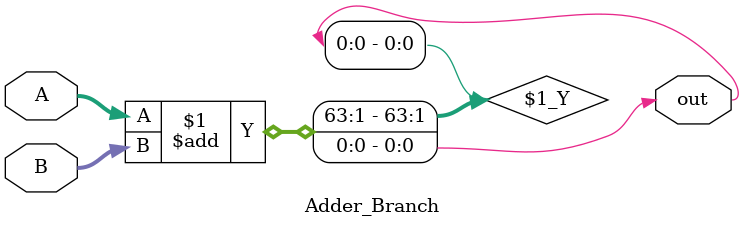
<source format=v>
`timescale 1ns / 1ps


module Adder_Branch(A, B, out);//is to get the sum of PC and Offset
	
	input [63:0]  A;
	input [44:0] B;
	output  out;
	
	assign out = A + B;
  
endmodule

</source>
